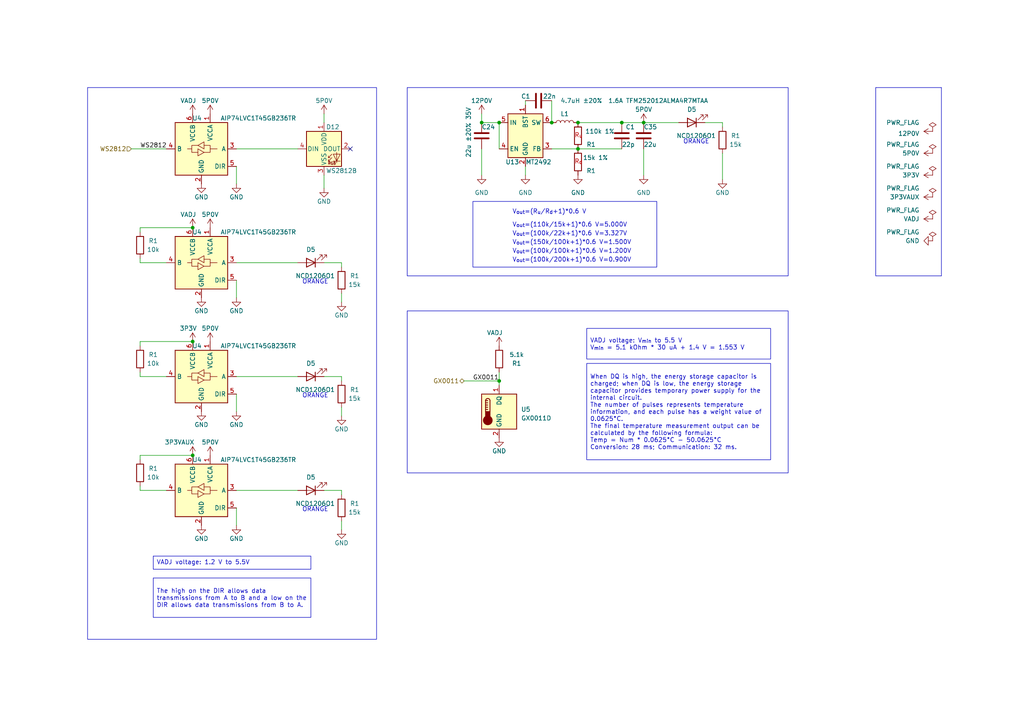
<source format=kicad_sch>
(kicad_sch (version 20230121) (generator eeschema)
  (paper "A4")
  (title_block (title "POWER") (date "2023-03-02") (rev "1.0.0") (company "CHIPS Alliance") (comment 1 "Rui Huang (2023-03-02)") (comment 2 "Rui Huang (2023-03-02)") (comment 4 "Rui Huang (2023-03-02)"))
  (lib_symbols
    (symbol "CHIPSAlliance_Logic:AIP74LVC1T45GB236TR"
      (property "Reference" "U" (at 1.27 1.27 0))
      (property "Value" "AIP74LVC1T45GB236TR" (at 0 -16.51 0))
      (symbol "AIP74LVC1T45GB236TR_0_1"
        (polyline (pts (xy 5.08 -7.62) (xy 5.08 -6.604) (xy 6.858 -6.604)))
        (polyline (pts (xy 10.414 -7.62) (xy 10.414 -8.636) (xy 8.636 -8.636)))
        (polyline (pts (xy 6.858 -8.636) (xy 5.08 -8.636) (xy 5.08 -7.62) (xy 3.048 -7.62)))
        (polyline (pts (xy 6.858 -7.62) (xy 6.858 -5.588) (xy 8.636 -6.604) (xy 6.858 -7.62)))
        (polyline (pts (xy 8.636 -6.604) (xy 10.414 -6.604) (xy 10.414 -7.62) (xy 11.684 -7.62)))
        (polyline (pts (xy 8.636 -7.62) (xy 8.636 -9.398) (xy 8.636 -9.652) (xy 6.858 -8.636) (xy 8.636 -7.62)))
        (rectangle (start 0 0) (end 15.24 -15.24) (stroke (width 0.254)) (fill (type background)))
      )
      (symbol "AIP74LVC1T45GB236TR_1_1"
        (pin power_in line (at 5.08 2.54 270) (length 2.54) (name "VCCA") (number "1"))
        (pin power_in line (at 7.62 -17.78 90) (length 2.54) (name "GND") (number "2"))
        (pin bidirectional line (at -2.54 -7.62 0) (length 2.54) (name "A") (number "3"))
        (pin bidirectional line (at 17.78 -7.62 180) (length 2.54) (name "B") (number "4"))
        (pin input line (at -2.54 -12.7 0) (length 2.54) (name "DIR") (number "5"))
        (pin power_in line (at 10.16 2.54 270) (length 2.54) (name "VCCB") (number "6"))
      )
    )
    (symbol "CHIPSAlliance_Power:12P0V" (power) (pin_names (offset 0))
      (property "Value" "12P0V" (at 0 3.81 0))
      (symbol "12P0V_0_1"
        (polyline (pts (xy -0.762 1.27) (xy 0 2.54)))
        (polyline (pts (xy 0 0) (xy 0 2.54)))
        (polyline (pts (xy 0 2.54) (xy 0.762 1.27)))
      )
      (symbol "12P0V_1_1"
        (pin power_in line (at 0 0 90) (length 0) hide (name "12P0V") (number "1"))
      )
    )
    (symbol "CHIPSAlliance_Power:3P3V" (power) (pin_names (offset 0))
      (property "Value" "3P3V" (at 0 3.81 0))
      (symbol "3P3V_0_1"
        (polyline (pts (xy -0.762 1.27) (xy 0 2.54)))
        (polyline (pts (xy 0 0) (xy 0 2.54)))
        (polyline (pts (xy 0 2.54) (xy 0.762 1.27)))
      )
      (symbol "3P3V_1_1"
        (pin power_in line (at 0 0 90) (length 0) hide (name "3P3V") (number "1"))
      )
    )
    (symbol "CHIPSAlliance_Power:3P3VAUX" (power) (pin_names (offset 0))
      (property "Value" "3P3VAUX" (at 0 3.81 0))
      (symbol "3P3VAUX_0_1"
        (polyline (pts (xy -0.762 1.27) (xy 0 2.54)))
        (polyline (pts (xy 0 0) (xy 0 2.54)))
        (polyline (pts (xy 0 2.54) (xy 0.762 1.27)))
      )
      (symbol "3P3VAUX_1_1"
        (pin power_in line (at 0 0 90) (length 0) hide (name "3P3VAUX") (number "1"))
      )
    )
    (symbol "CHIPSAlliance_Power:5P0V" (power) (pin_names (offset 0))
      (property "Value" "5P0V" (at 0 3.81 0))
      (symbol "5P0V_0_1"
        (polyline (pts (xy -0.762 1.27) (xy 0 2.54)))
        (polyline (pts (xy 0 0) (xy 0 2.54)))
        (polyline (pts (xy 0 2.54) (xy 0.762 1.27)))
      )
      (symbol "5P0V_1_1"
        (pin power_in line (at 0 0 90) (length 0) hide (name "5P0V") (number "1"))
      )
    )
    (symbol "CHIPSAlliance_Power:GND" (power) (pin_names (offset 0))
      (property "Value" "GND" (at 0 -3.81 0))
      (symbol "GND_0_1"
        (polyline (pts (xy 0 0) (xy 0 -1.27) (xy 1.27 -1.27) (xy 0 -2.54) (xy -1.27 -1.27) (xy 0 -1.27)))
      )
      (symbol "GND_1_1"
        (pin power_in line (at 0 0 270) (length 0) hide (name "GND") (number "1"))
      )
    )
    (symbol "CHIPSAlliance_Power:VADJ" (power) (pin_names (offset 0))
      (property "Value" "VADJ" (at 0 3.81 0))
      (symbol "VADJ_0_1"
        (polyline (pts (xy -0.762 1.27) (xy 0 2.54)))
        (polyline (pts (xy 0 0) (xy 0 2.54)))
        (polyline (pts (xy 0 2.54) (xy 0.762 1.27)))
      )
      (symbol "VADJ_1_1"
        (pin power_in line (at 0 0 90) (length 0) hide (name "VADJ") (number "1"))
      )
    )
    (symbol "CHIPSAlliance_Regulator_Switching:MT2492"
      (property "Reference" "U" (at 0 1.27 0))
      (property "Value" "MT2492" (at 0 -13.97 0))
      (symbol "MT2492_0_1"
        (rectangle (start 0 0) (end 10.16 -12.7) (stroke (width 0.254)) (fill (type background)))
      )
      (symbol "MT2492_1_1"
        (pin passive line (at 5.08 2.54 270) (length 2.54) (name "BST") (number "1"))
        (pin power_in line (at 5.08 -15.24 90) (length 2.54) (name "GND") (number "2"))
        (pin input line (at 12.7 -10.16 180) (length 2.54) (name "FB") (number "3"))
        (pin input line (at -2.54 -10.16 0) (length 2.54) (name "EN") (number "4"))
        (pin power_in line (at -2.54 -2.54 0) (length 2.54) (name "IN") (number "5"))
        (pin power_out line (at 12.7 -2.54 180) (length 2.54) (name "SW") (number "6"))
      )
    )
    (symbol "CHIPSAlliance_Sensor:GX0011D"
      (property "Reference" "U" (at 0 1.27 0))
      (property "Value" "GX0011D" (at 0 -11.43 0))
      (symbol "GX0011D_0_1"
        (polyline (pts (xy 1.143 -4.445) (xy 1.778 -4.445)) (stroke (width 0.254)))
        (polyline (pts (xy 1.143 -3.81) (xy 1.778 -3.81)) (stroke (width 0.254)))
        (polyline (pts (xy 1.143 -3.175) (xy 1.778 -3.175)) (stroke (width 0.254)))
        (polyline (pts (xy 1.143 -2.54) (xy 1.778 -2.54)) (stroke (width 0.254)))
        (polyline (pts (xy 1.143 -1.905) (xy 1.143 -5.08)) (stroke (width 0.254)))
        (polyline (pts (xy 1.143 -1.905) (xy 1.778 -1.905)) (stroke (width 0.254)))
        (polyline (pts (xy 2.413 -1.905) (xy 2.413 -5.08)) (stroke (width 0.254)))
        (rectangle (start 0 0) (end 10.16 -10.16) (stroke (width 0.254)) (fill (type background)))
        (circle (center 1.778 -7.62) (radius 1.27) (stroke (width 0.254)) (fill (type outline)))
        (rectangle (start 2.413 -6.985) (end 1.143 -5.08) (stroke (width 0.254)) (fill (type outline)))
        (arc (start 2.413 -1.905) (mid 1.778 -1.2727) (end 1.143 -1.905) (stroke (width 0.254)))
      )
      (symbol "GX0011D_1_1"
        (pin bidirectional line (at 5.08 2.54 270) (length 2.54) (name "DQ") (number "1"))
        (pin power_in line (at 5.08 -12.7 90) (length 2.54) (name "GND") (number "2"))
      )
    )
    (symbol "Device:C" (pin_numbers hide) (pin_names (offset 0.254))
      (property "Reference" "C" (at 0.635 2.54 0))
      (property "Value" "C" (at 0.635 -2.54 0))
      (symbol "C_0_1"
        (polyline (pts (xy -2.032 -0.762) (xy 2.032 -0.762)) (stroke (width 0.508)))
        (polyline (pts (xy -2.032 0.762) (xy 2.032 0.762)) (stroke (width 0.508)))
      )
      (symbol "C_1_1"
        (pin passive line (at 0 3.81 270) (length 2.794) (name "~") (number "1"))
        (pin passive line (at 0 -3.81 90) (length 2.794) (name "~") (number "2"))
      )
    )
    (symbol "Device:L" (pin_numbers hide) (pin_names (offset 1.016) hide)
      (property "Reference" "L" (at -1.27 0 90))
      (property "Value" "L" (at 1.905 0 90))
      (symbol "L_0_1"
        (arc (start 0 -2.54) (mid 0.6323 -1.905) (end 0 -1.27))
        (arc (start 0 -1.27) (mid 0.6323 -0.635) (end 0 0))
        (arc (start 0 0) (mid 0.6323 0.635) (end 0 1.27))
        (arc (start 0 1.27) (mid 0.6323 1.905) (end 0 2.54))
      )
      (symbol "L_1_1"
        (pin passive line (at 0 3.81 270) (length 1.27) (name "1") (number "1"))
        (pin passive line (at 0 -3.81 90) (length 1.27) (name "2") (number "2"))
      )
    )
    (symbol "Device:LED" (pin_numbers hide) (pin_names (offset 1.016) hide)
      (property "Reference" "D" (at 0 2.54 0))
      (property "Value" "LED" (at 0 -2.54 0))
      (symbol "LED_0_1"
        (polyline (pts (xy -1.27 -1.27) (xy -1.27 1.27)) (stroke (width 0.254)))
        (polyline (pts (xy -1.27 0) (xy 1.27 0)))
        (polyline (pts (xy 1.27 -1.27) (xy 1.27 1.27) (xy -1.27 0) (xy 1.27 -1.27)) (stroke (width 0.254)))
        (polyline (pts (xy -3.048 -0.762) (xy -4.572 -2.286) (xy -3.81 -2.286) (xy -4.572 -2.286) (xy -4.572 -1.524)))
        (polyline (pts (xy -1.778 -0.762) (xy -3.302 -2.286) (xy -2.54 -2.286) (xy -3.302 -2.286) (xy -3.302 -1.524)))
      )
      (symbol "LED_1_1"
        (pin passive line (at -3.81 0 0) (length 2.54) (name "K") (number "1"))
        (pin passive line (at 3.81 0 180) (length 2.54) (name "A") (number "2"))
      )
    )
    (symbol "Device:R" (pin_numbers hide) (pin_names (offset 0))
      (property "Reference" "R" (at 2.032 0 90))
      (property "Value" "R" (at 0 0 90))
      (symbol "R_0_1"
        (rectangle (start -1.016 -2.54) (end 1.016 2.54) (stroke (width 0.254)))
      )
      (symbol "R_1_1"
        (pin passive line (at 0 3.81 270) (length 1.27) (name "~") (number "1"))
        (pin passive line (at 0 -3.81 90) (length 1.27) (name "~") (number "2"))
      )
    )
    (symbol "LED:WS2812B" (pin_names (offset 0.254))
      (property "Reference" "D" (at 5.08 5.715 0))
      (property "Value" "WS2812B" (at 1.27 -5.715 0))
      (symbol "WS2812B_0_0"
        (text "RGB" (at 2.286 -4.191 0) (effects (font (size 0.762 0.762))))
      )
      (symbol "WS2812B_0_1"
        (polyline (pts (xy 1.27 -3.556) (xy 1.778 -3.556)))
        (polyline (pts (xy 1.27 -2.54) (xy 1.778 -2.54)))
        (polyline (pts (xy 4.699 -3.556) (xy 2.667 -3.556)))
        (polyline (pts (xy 2.286 -2.54) (xy 1.27 -3.556) (xy 1.27 -3.048)))
        (polyline (pts (xy 2.286 -1.524) (xy 1.27 -2.54) (xy 1.27 -2.032)))
        (polyline (pts (xy 3.683 -1.016) (xy 3.683 -3.556) (xy 3.683 -4.064)))
        (polyline (pts (xy 4.699 -1.524) (xy 2.667 -1.524) (xy 3.683 -3.556) (xy 4.699 -1.524)))
        (rectangle (start 5.08 5.08) (end -5.08 -5.08) (stroke (width 0.254)) (fill (type background)))
      )
      (symbol "WS2812B_1_1"
        (pin power_in line (at 0 7.62 270) (length 2.54) (name "VDD") (number "1"))
        (pin output line (at 7.62 0 180) (length 2.54) (name "DOUT") (number "2"))
        (pin power_in line (at 0 -7.62 90) (length 2.54) (name "VSS") (number "3"))
        (pin input line (at -7.62 0 0) (length 2.54) (name "DIN") (number "4"))
      )
    )
    (symbol "power:PWR_FLAG" (power) (pin_numbers hide) (pin_names (offset 0) hide)
      (property "Value" "PWR_FLAG" (at 0 3.81 0))
      (symbol "PWR_FLAG_0_0"
        (pin power_out line (at 0 0 90) (length 0) (name "pwr") (number "1"))
      )
      (symbol "PWR_FLAG_0_1"
        (polyline (pts (xy 0 0) (xy 0 1.27) (xy -1.016 1.905) (xy 0 2.54) (xy 1.016 1.905) (xy 0 1.27)))
      )
    )
  )
  (junction (at 144.78 35.56))
  (junction (at 186.69 35.56))
  (junction (at 139.7 35.56))
  (junction (at 55.88 132.08))
  (junction (at 180.34 35.56))
  (junction (at 55.88 66.04))
  (junction (at 160.02 35.56))
  (junction (at 55.88 99.06))
  (junction (at 167.64 35.56))
  (junction (at 167.64 43.18))
  (junction (at 144.78 110.49))
  (no_connect (at 101.6 43.18))
  (polyline (pts (xy 273.05 80.01) (xy 254 80.01)))
  (wire (pts (xy 40.64 109.22) (xy 48.26 109.22)))
  (wire (pts (xy 99.06 142.24) (xy 99.06 143.51)))
  (wire (pts (xy 99.06 118.11) (xy 99.06 120.65)))
  (wire (pts (xy 160.02 29.21) (xy 160.02 35.56)))
  (wire (pts (xy 68.58 142.24) (xy 86.36 142.24)))
  (wire (pts (xy 167.64 35.56) (xy 180.34 35.56)))
  (wire (pts (xy 40.64 107.95) (xy 40.64 109.22)))
  (polyline (pts (xy 254 25.4) (xy 254 80.01)))
  (wire (pts (xy 40.64 132.08) (xy 55.88 132.08)))
  (wire (pts (xy 68.58 43.18) (xy 86.36 43.18)))
  (wire (pts (xy 160.02 43.18) (xy 167.64 43.18)))
  (wire (pts (xy 68.58 114.3) (xy 68.58 119.38)))
  (wire (pts (xy 186.69 35.56) (xy 196.85 35.56)))
  (wire (pts (xy 209.55 35.56) (xy 209.55 36.83)))
  (wire (pts (xy 93.98 76.2) (xy 99.06 76.2)))
  (wire (pts (xy 40.64 142.24) (xy 48.26 142.24)))
  (wire (pts (xy 68.58 81.28) (xy 68.58 86.36)))
  (wire (pts (xy 144.78 35.56) (xy 144.78 43.18)))
  (wire (pts (xy 93.98 142.24) (xy 99.06 142.24)))
  (wire (pts (xy 99.06 76.2) (xy 99.06 77.47)))
  (wire (pts (xy 99.06 109.22) (xy 99.06 110.49)))
  (polyline (pts (xy 273.05 25.4) (xy 273.05 80.01)))
  (wire (pts (xy 144.78 110.49) (xy 144.78 107.95)))
  (wire (pts (xy 68.58 76.2) (xy 86.36 76.2)))
  (wire (pts (xy 139.7 35.56) (xy 144.78 35.56)))
  (wire (pts (xy 186.69 50.8) (xy 186.69 43.18)))
  (wire (pts (xy 93.98 54.61) (xy 93.98 50.8)))
  (wire (pts (xy 93.98 33.02) (xy 93.98 35.56)))
  (wire (pts (xy 139.7 43.18) (xy 139.7 50.8)))
  (wire (pts (xy 68.58 147.32) (xy 68.58 152.4)))
  (wire (pts (xy 152.4 29.21) (xy 152.4 30.48)))
  (wire (pts (xy 93.98 109.22) (xy 99.06 109.22)))
  (wire (pts (xy 139.7 33.02) (xy 139.7 35.56)))
  (wire (pts (xy 152.4 50.8) (xy 152.4 48.26)))
  (wire (pts (xy 68.58 48.26) (xy 68.58 53.34)))
  (polyline (pts (xy 254 25.4) (xy 273.05 25.4)))
  (wire (pts (xy 144.78 111.76) (xy 144.78 110.49)))
  (wire (pts (xy 40.64 132.08) (xy 40.64 133.35)))
  (wire (pts (xy 180.34 35.56) (xy 186.69 35.56)))
  (wire (pts (xy 40.64 99.06) (xy 55.88 99.06)))
  (wire (pts (xy 38.1 43.18) (xy 48.26 43.18)))
  (wire (pts (xy 40.64 76.2) (xy 48.26 76.2)))
  (wire (pts (xy 40.64 66.04) (xy 40.64 67.31)))
  (wire (pts (xy 40.64 74.93) (xy 40.64 76.2)))
  (wire (pts (xy 99.06 151.13) (xy 99.06 153.67)))
  (wire (pts (xy 99.06 85.09) (xy 99.06 87.63)))
  (wire (pts (xy 209.55 44.45) (xy 209.55 52.07)))
  (wire (pts (xy 68.58 109.22) (xy 86.36 109.22)))
  (wire (pts (xy 40.64 99.06) (xy 40.64 100.33)))
  (wire (pts (xy 134.62 110.49) (xy 144.78 110.49)))
  (wire (pts (xy 40.64 66.04) (xy 55.88 66.04)))
  (wire (pts (xy 167.64 43.18) (xy 180.34 43.18)))
  (wire (pts (xy 204.47 35.56) (xy 209.55 35.56)))
  (wire (pts (xy 40.64 140.97) (xy 40.64 142.24)))
  (rectangle (start 118.11 25.4) (end 228.6 80.01))
  (rectangle (start 25.4 25.4) (end 109.22 185.42))
  (rectangle (start 137.16 58.42) (end 190.5 77.47))
  (rectangle (start 118.11 90.17) (end 228.6 137.16))
  (text_box "When DQ is high, the energy storage capacitor is charged; when DQ is low, the energy storage capacitor provides temporary power supply for the internal circuit.\nThe number of pulses represents temperature information, and each pulse has a weight value of 0.0625°C.\nThe final temperature measurement output can be calculated by the following formula:\nTemp = Num * 0.0625°C − 50.0625°C\nConversion: 28 ms; Communication: 32 ms." (at 170.18 105.41 0) (size 53.34 27.94) (effects (font (size 1.27 1.27)) (justify left)))
  (text_box "VADJ voltage: V_{min} to 5.5 V\nV_{min} = 5.1 kOhm * 30 uA + 1.4 V = 1.553 V" (at 170.18 95.25 0) (size 53.34 8.89) (effects (font (size 1.27 1.27)) (justify left)))
  (text_box "The high on the DIR allows data transmissions from A to B and a low on the DIR allows data transmissions from B to A." (at 44.45 167.64 0) (size 45.72 11.43) (effects (font (size 1.27 1.27)) (justify left)))
  (text_box "VADJ voltage: 1.2 V to 5.5V" (at 44.45 161.29 0) (size 45.72 3.81) (effects (font (size 1.27 1.27)) (justify left top)))
  (text "R_{u}" (at 166.624 40.132 0) (effects (font (size 1.27 1.27)) (justify left bottom)))
  (text "V_{out}=(100k/22k+1)*0.6 V=3.327V " (at 148.59 68.58 0) (effects (font (size 1.27 1.27)) (justify left bottom)))
  (text "ORANGE" (at 87.63 148.59 0) (effects (font (size 1.27 1.27)) (justify left bottom)))
  (text "V_{out}=(100k/200k+1)*0.6 V=0.900V " (at 148.59 76.2 0) (effects (font (size 1.27 1.27)) (justify left bottom)))
  (text "V_{out}=(110k/15k+1)*0.6 V=5.000V " (at 148.59 66.04 0) (effects (font (size 1.27 1.27)) (justify left bottom)))
  (text "ORANGE" (at 87.63 82.55 0) (effects (font (size 1.27 1.27)) (justify left bottom)))
  (text "V_{out}=(R_{u}/R_{d}+1)*0.6 V" (at 148.59 62.23 0) (effects (font (size 1.27 1.27)) (justify left bottom)))
  (text "ORANGE" (at 198.12 41.91 0) (effects (font (size 1.27 1.27)) (justify left bottom)))
  (text "R_{d}" (at 166.624 47.752 0) (effects (font (size 1.27 1.27)) (justify left bottom)))
  (text "V_{out}=(150k/100k+1)*0.6 V=1.500V " (at 148.59 71.12 0) (effects (font (size 1.27 1.27)) (justify left bottom)))
  (text "V_{out}=(100k/100k+1)*0.6 V=1.200V " (at 148.59 73.66 0) (effects (font (size 1.27 1.27)) (justify left bottom)))
  (text "ORANGE" (at 87.63 115.57 0) (effects (font (size 1.27 1.27)) (justify left bottom)))
  (label "GX0011" (at 137.16 110.49 0))
  (label "WS2812" (at 40.64 43.18 0))
  (hierarchical_label "WS2812" (shape input) (at 38.1 43.18 180))
  (hierarchical_label "GX0011" (shape bidirectional) (at 134.62 110.49 180))
  (symbol (lib_id "CHIPSAlliance_Power:GND") (at 58.42 119.38 0) (unit 1)
    (property "Reference" "#PWR02" (effects hide))
    (property "Value" "GND" (at 58.42 123.19 0))
    (instances (project "fmc_usb_gpio_spi_jtag" (path "" (reference "#PWR02") (unit 1)) (path "" (reference "#PWR099") (unit 1)) (path "" (reference "#PWR0114") (unit 1)) (path "" (reference "#PWR0250") (unit 1))))
  )
  (symbol (lib_id "CHIPSAlliance_Power:12P0V") (at 139.7 33.02 0) (unit 1)
    (property "Reference" "#PWR0111" (effects hide))
    (property "Value" "12P0V" (at 139.7 29.21 0))
  )
  (symbol (lib_id "CHIPSAlliance_Logic:AIP74LVC1T45GB236TR") (at 66.04 68.58 0) (mirror y) (unit 1)
    (property "Reference" "U4" (at 57.15 67.31 0))
    (property "Value" "AIP74LVC1T45GB236TR" (at 74.93 67.31 0))
    (property "Footprint" "Package_TO_SOT_SMD:SOT-23-6" (effects hide))
    (property "Datasheet" "https://atta.szlcsc.com/upload/public/pdf/source/20220915/C3F384B245F14B1C45E49B7D1719C9B2.pdf" (effects hide))
    (property "JLCPCB Rotation Offset" "-180" (effects hide))
    (instances (project "fmc_usb_gpio_spi_jtag" (path "" (reference "U4") (unit 1)) (path "" (reference "U4") (unit 1)) (path "" (reference "U7") (unit 1)) (path "" (reference "U22") (unit 1))))
  )
  (symbol (lib_id "Device:C") (at 180.34 39.37 180) (unit 1)
    (property "Reference" "C1" (at 184.15 36.83 0) (effects (justify left)))
    (property "Value" "22p" (at 184.15 41.91 0) (effects (justify left)))
    (property "Footprint" "Capacitor_SMD:C_0402_1005Metric" (effects hide))
    (instances (project "fmc_usb_gpio_spi_jtag" (path "" (reference "C1") (unit 1)) (path "" (reference "C2") (unit 1)) (path "" (reference "C5") (unit 1)) (path "" (reference "C13") (unit 1)) (path "" (reference "C28") (unit 1)) (path "" (reference "C34") (unit 1))))
  )
  (symbol (lib_id "CHIPSAlliance_Power:3P3V") (at 270.51 50.8 90) (unit 1)
    (property "Reference" "#PWR0228" (effects hide))
    (property "Value" "3P3V" (at 266.7 50.8 90) (effects (justify left)))
  )
  (symbol (lib_id "Device:C") (at 139.7 39.37 0) (unit 1)
    (property "Reference" "C24" (at 139.7 36.83 0) (effects (justify left)))
    (property "Value" "22u ±20% 35V" (at 135.89 45.72 90) (effects (justify left)))
    (property "Footprint" "Capacitor_SMD:C_0805_2012Metric" (effects hide))
    (property "Datasheet" "https://atta.szlcsc.com/upload/public/pdf/source/20181206/C338080_066671AD469AE9D3706F78911D2065BC.pdf" (effects hide))
  )
  (symbol (lib_id "CHIPSAlliance_Power:GND") (at 93.98 54.61 0) (unit 1)
    (property "Reference" "#PWR02" (effects hide))
    (property "Value" "GND" (at 93.98 58.42 0))
    (instances (project "fmc_usb_gpio_spi_jtag" (path "" (reference "#PWR02") (unit 1)) (path "" (reference "#PWR099") (unit 1)) (path "" (reference "#PWR0116") (unit 1)) (path "" (reference "#PWR0243") (unit 1))))
  )
  (symbol (lib_id "Device:C") (at 156.21 29.21 270) (unit 1)
    (property "Reference" "C1" (at 151.13 27.94 90) (effects (justify left)))
    (property "Value" "22n" (at 157.48 27.94 90) (effects (justify left)))
    (property "Footprint" "Capacitor_SMD:C_0402_1005Metric" (effects hide))
    (instances (project "fmc_usb_gpio_spi_jtag" (path "" (reference "C1") (unit 1)) (path "" (reference "C2") (unit 1)) (path "" (reference "C5") (unit 1)) (path "" (reference "C13") (unit 1)) (path "" (reference "C28") (unit 1)) (path "" (reference "C33") (unit 1))))
  )
  (symbol (lib_id "CHIPSAlliance_Logic:AIP74LVC1T45GB236TR") (at 66.04 101.6 0) (mirror y) (unit 1)
    (property "Reference" "U4" (at 57.15 100.33 0))
    (property "Value" "AIP74LVC1T45GB236TR" (at 74.93 100.33 0))
    (property "Footprint" "Package_TO_SOT_SMD:SOT-23-6" (effects hide))
    (property "Datasheet" "https://atta.szlcsc.com/upload/public/pdf/source/20220915/C3F384B245F14B1C45E49B7D1719C9B2.pdf" (effects hide))
    (property "JLCPCB Rotation Offset" "-180" (effects hide))
    (instances (project "fmc_usb_gpio_spi_jtag" (path "" (reference "U4") (unit 1)) (path "" (reference "U4") (unit 1)) (path "" (reference "U7") (unit 1)) (path "" (reference "U23") (unit 1))))
  )
  (symbol (lib_id "CHIPSAlliance_Power:GND") (at 68.58 86.36 0) (unit 1)
    (property "Reference" "#PWR02" (effects hide))
    (property "Value" "GND" (at 68.58 90.17 0))
    (instances (project "fmc_usb_gpio_spi_jtag" (path "" (reference "#PWR02") (unit 1)) (path "" (reference "#PWR099") (unit 1)) (path "" (reference "#PWR0116") (unit 1)) (path "" (reference "#PWR0248") (unit 1))))
  )
  (symbol (lib_id "power:PWR_FLAG") (at 270.51 38.1 0) (unit 1)
    (property "Reference" "#FLG01" (effects hide))
    (property "Value" "PWR_FLAG" (at 266.7 35.56 0) (effects (justify right)))
  )
  (symbol (lib_id "CHIPSAlliance_Power:12P0V") (at 270.51 38.1 90) (unit 1)
    (property "Reference" "#PWR0227" (effects hide))
    (property "Value" "12P0V" (at 266.7 38.735 90) (effects (justify left)))
  )
  (symbol (lib_id "power:PWR_FLAG") (at 270.51 50.8 0) (unit 1)
    (property "Reference" "#FLG04" (effects hide))
    (property "Value" "PWR_FLAG" (at 266.7 48.26 0) (effects (justify right)))
  )
  (symbol (lib_id "CHIPSAlliance_Power:3P3VAUX") (at 55.88 132.08 0) (unit 1)
    (property "Reference" "#PWR073" (effects hide))
    (property "Value" "3P3VAUX" (at 52.07 128.27 0))
    (instances (project "fmc_usb_gpio_spi_jtag" (path "" (reference "#PWR073") (unit 1)) (path "" (reference "#PWR0224") (unit 1))))
  )
  (symbol (lib_id "CHIPSAlliance_Power:GND") (at 68.58 119.38 0) (unit 1)
    (property "Reference" "#PWR02" (effects hide))
    (property "Value" "GND" (at 68.58 123.19 0))
    (instances (project "fmc_usb_gpio_spi_jtag" (path "" (reference "#PWR02") (unit 1)) (path "" (reference "#PWR099") (unit 1)) (path "" (reference "#PWR0116") (unit 1)) (path "" (reference "#PWR0252") (unit 1))))
  )
  (symbol (lib_id "CHIPSAlliance_Power:GND") (at 68.58 152.4 0) (unit 1)
    (property "Reference" "#PWR02" (effects hide))
    (property "Value" "GND" (at 68.58 156.21 0))
    (instances (project "fmc_usb_gpio_spi_jtag" (path "" (reference "#PWR02") (unit 1)) (path "" (reference "#PWR099") (unit 1)) (path "" (reference "#PWR0116") (unit 1)) (path "" (reference "#PWR0261") (unit 1))))
  )
  (symbol (lib_id "Device:R") (at 167.64 46.99 180) (unit 1)
    (property "Reference" "R1" (at 171.45 49.53 0))
    (property "Value" "15k 1%" (at 172.72 45.72 0))
    (property "Footprint" "Resistor_SMD:R_0402_1005Metric" (effects hide))
    (instances (project "fmc_usb_gpio_spi_jtag" (path "" (reference "R1") (unit 1)) (path "" (reference "R34") (unit 1))))
  )
  (symbol (lib_id "CHIPSAlliance_Power:GND") (at 139.7 50.8 0) (unit 1)
    (property "Reference" "#PWR02" (effects hide))
    (property "Value" "GND" (at 139.7 55.88 0))
    (instances (project "fmc_usb_gpio_spi_jtag" (path "" (reference "#PWR02") (unit 1)) (path "" (reference "#PWR0168") (unit 1))))
  )
  (symbol (lib_id "CHIPSAlliance_Power:5P0V") (at 93.98 33.02 0) (unit 1)
    (property "Reference" "#PWR0216" (effects hide))
    (property "Value" "5P0V" (at 93.98 29.21 0))
  )
  (symbol (lib_id "CHIPSAlliance_Power:GND") (at 58.42 152.4 0) (unit 1)
    (property "Reference" "#PWR02" (effects hide))
    (property "Value" "GND" (at 58.42 156.21 0))
    (instances (project "fmc_usb_gpio_spi_jtag" (path "" (reference "#PWR02") (unit 1)) (path "" (reference "#PWR099") (unit 1)) (path "" (reference "#PWR0114") (unit 1)) (path "" (reference "#PWR0173") (unit 1))))
  )
  (symbol (lib_id "CHIPSAlliance_Power:5P0V") (at 270.51 44.45 90) (unit 1)
    (property "Reference" "#PWR0232" (effects hide))
    (property "Value" "5P0V" (at 266.7 44.45 90) (effects (justify left)))
  )
  (symbol (lib_id "CHIPSAlliance_Power:GND") (at 68.58 53.34 0) (unit 1)
    (property "Reference" "#PWR02" (effects hide))
    (property "Value" "GND" (at 68.58 57.15 0))
    (instances (project "fmc_usb_gpio_spi_jtag" (path "" (reference "#PWR02") (unit 1)) (path "" (reference "#PWR099") (unit 1)) (path "" (reference "#PWR0116") (unit 1)) (path "" (reference "#PWR0241") (unit 1))))
  )
  (symbol (lib_id "Device:R") (at 40.64 71.12 0) (unit 1)
    (property "Reference" "R1" (at 44.45 69.85 0))
    (property "Value" "10k" (at 44.45 72.39 0))
    (property "Footprint" "Resistor_SMD:R_0402_1005Metric" (effects hide))
    (instances (project "fmc_usb_gpio_spi_jtag" (path "" (reference "R1") (unit 1)) (path "" (reference "R9") (unit 1)) (path "" (reference "R45") (unit 1))))
  )
  (symbol (lib_id "CHIPSAlliance_Power:5P0V") (at 60.96 33.02 0) (unit 1)
    (property "Reference" "#PWR0218" (effects hide))
    (property "Value" "5P0V" (at 60.96 29.21 0))
  )
  (symbol (lib_id "power:PWR_FLAG") (at 270.51 44.45 0) (unit 1)
    (property "Reference" "#FLG07" (effects hide))
    (property "Value" "PWR_FLAG" (at 266.7 41.91 0) (effects (justify right)))
  )
  (symbol (lib_id "CHIPSAlliance_Power:GND") (at 186.69 50.8 0) (unit 1)
    (property "Reference" "#PWR02" (effects hide))
    (property "Value" "GND" (at 186.69 55.88 0))
    (instances (project "fmc_usb_gpio_spi_jtag" (path "" (reference "#PWR02") (unit 1)) (path "" (reference "#PWR0231") (unit 1))))
  )
  (symbol (lib_id "Device:R") (at 99.06 147.32 0) (unit 1)
    (property "Reference" "R1" (at 102.87 146.05 0))
    (property "Value" "15k" (at 102.87 148.59 0))
    (property "Footprint" "Resistor_SMD:R_0402_1005Metric" (effects hide))
    (instances (project "fmc_usb_gpio_spi_jtag" (path "" (reference "R1") (unit 1)) (path "" (reference "R9") (unit 1)) (path "" (reference "R41") (unit 1))))
  )
  (symbol (lib_id "Device:R") (at 144.78 104.14 180) (unit 1)
    (property "Reference" "R1" (at 149.86 105.41 0))
    (property "Value" "5.1k" (at 149.86 102.87 0))
    (property "Footprint" "Resistor_SMD:R_0402_1005Metric" (effects hide))
    (instances (project "fmc_usb_gpio_spi_jtag" (path "" (reference "R1") (unit 1)) (path "" (reference "R53") (unit 1))))
  )
  (symbol (lib_id "power:PWR_FLAG") (at 270.51 63.5 0) (unit 1)
    (property "Reference" "#FLG05" (effects hide))
    (property "Value" "PWR_FLAG" (at 266.7 60.96 0) (effects (justify right)))
  )
  (symbol (lib_id "LED:WS2812B") (at 93.98 43.18 0) (unit 1)
    (property "Reference" "D12" (at 96.52 36.83 0))
    (property "Value" "WS2812B" (at 99.06 49.53 0))
    (property "Footprint" "LED_SMD:LED_WS2812B_PLCC4_5.0x5.0mm_P3.2mm" (effects hide))
    (property "Datasheet" "https://atta.szlcsc.com/upload/public/pdf/source/20200615/C114586_26EB6813EC9F2A3F6C7FBB2AD75DE01F.pdf" (effects hide))
  )
  (symbol (lib_id "CHIPSAlliance_Power:5P0V") (at 60.96 66.04 0) (unit 1)
    (property "Reference" "#PWR0223" (effects hide))
    (property "Value" "5P0V" (at 60.96 62.23 0))
  )
  (symbol (lib_id "power:PWR_FLAG") (at 270.51 57.15 0) (unit 1)
    (property "Reference" "#FLG02" (effects hide))
    (property "Value" "PWR_FLAG" (at 266.7 54.61 0) (effects (justify right)))
  )
  (symbol (lib_id "Device:LED") (at 90.17 142.24 180) (unit 1)
    (property "Reference" "D5" (at 90.17 138.43 0))
    (property "Value" "NCD1206O1" (at 91.44 146.05 0))
    (property "Footprint" "LED_SMD:LED_1206_3216Metric" (effects hide))
    (property "Datasheet" "https://atta.szlcsc.com/upload/public/pdf/source/20200820/C130716_FB690F3C88618721E8D554623CE0FE83.pdf" (effects hide))
    (instances (project "fmc_usb_gpio_spi_jtag" (path "" (reference "D5") (unit 1)) (path "" (reference "D16") (unit 1))))
  )
  (symbol (lib_id "CHIPSAlliance_Power:5P0V") (at 60.96 99.06 0) (unit 1)
    (property "Reference" "#PWR0222" (effects hide))
    (property "Value" "5P0V" (at 60.96 95.25 0))
  )
  (symbol (lib_id "CHIPSAlliance_Sensor:GX0011D") (at 139.7 114.3 0) (unit 1)
    (property "Reference" "U5" (at 151.13 118.745 0) (effects (justify left)))
    (property "Value" "GX0011D" (at 151.13 121.285 0) (effects (justify left)))
    (property "Footprint" "CHIPSAlliance_Sensor:DFN_2L_1.6x0.8mm_P0.85mm_L" (effects hide))
    (property "Datasheet" "https://atta.szlcsc.com/upload/public/pdf/source/20220825/D85F592E022AAF78F6757F29A4BB9D3B.pdf" (effects hide))
  )
  (symbol (lib_id "CHIPSAlliance_Power:GND") (at 152.4 50.8 0) (unit 1)
    (property "Reference" "#PWR02" (effects hide))
    (property "Value" "GND" (at 152.4 55.88 0))
    (instances (project "fmc_usb_gpio_spi_jtag" (path "" (reference "#PWR02") (unit 1)) (path "" (reference "#PWR0213") (unit 1))))
  )
  (symbol (lib_id "CHIPSAlliance_Power:5P0V") (at 186.69 35.56 0) (unit 1)
    (property "Reference" "#PWR0106" (effects hide))
    (property "Value" "5P0V" (at 186.69 31.75 0))
  )
  (symbol (lib_id "CHIPSAlliance_Power:GND") (at 99.06 87.63 0) (unit 1)
    (property "Reference" "#PWR02" (effects hide))
    (property "Value" "GND" (at 99.06 91.44 0))
    (instances (project "fmc_usb_gpio_spi_jtag" (path "" (reference "#PWR02") (unit 1)) (path "" (reference "#PWR099") (unit 1)) (path "" (reference "#PWR0145") (unit 1)) (path "" (reference "#PWR0253") (unit 1))))
  )
  (symbol (lib_id "Device:LED") (at 90.17 109.22 180) (unit 1)
    (property "Reference" "D5" (at 90.17 105.41 0))
    (property "Value" "NCD1206O1" (at 91.44 113.03 0))
    (property "Footprint" "LED_SMD:LED_1206_3216Metric" (effects hide))
    (property "Datasheet" "https://atta.szlcsc.com/upload/public/pdf/source/20200820/C130716_FB690F3C88618721E8D554623CE0FE83.pdf" (effects hide))
    (instances (project "fmc_usb_gpio_spi_jtag" (path "" (reference "D5") (unit 1)) (path "" (reference "D15") (unit 1))))
  )
  (symbol (lib_id "CHIPSAlliance_Power:VADJ") (at 144.78 100.33 0) (unit 1)
    (property "Reference" "#PWR0107" (effects hide))
    (property "Value" "VADJ" (at 143.51 96.52 0))
  )
  (symbol (lib_id "CHIPSAlliance_Power:3P3VAUX") (at 270.51 57.15 90) (unit 1)
    (property "Reference" "#PWR0220" (effects hide))
    (property "Value" "3P3VAUX" (at 266.7 57.15 90) (effects (justify left)))
  )
  (symbol (lib_id "CHIPSAlliance_Power:GND") (at 99.06 153.67 0) (unit 1)
    (property "Reference" "#PWR02" (effects hide))
    (property "Value" "GND" (at 99.06 157.48 0))
    (instances (project "fmc_usb_gpio_spi_jtag" (path "" (reference "#PWR02") (unit 1)) (path "" (reference "#PWR099") (unit 1)) (path "" (reference "#PWR0145") (unit 1)) (path "" (reference "#PWR0262") (unit 1))))
  )
  (symbol (lib_id "Device:LED") (at 90.17 76.2 180) (unit 1)
    (property "Reference" "D5" (at 90.17 72.39 0))
    (property "Value" "NCD1206O1" (at 91.44 80.01 0))
    (property "Footprint" "LED_SMD:LED_1206_3216Metric" (effects hide))
    (property "Datasheet" "https://atta.szlcsc.com/upload/public/pdf/source/20200820/C130716_FB690F3C88618721E8D554623CE0FE83.pdf" (effects hide))
    (instances (project "fmc_usb_gpio_spi_jtag" (path "" (reference "D5") (unit 1)) (path "" (reference "D14") (unit 1))))
  )
  (symbol (lib_id "CHIPSAlliance_Power:GND") (at 167.64 50.8 0) (unit 1)
    (property "Reference" "#PWR02" (effects hide))
    (property "Value" "GND" (at 167.64 55.88 0))
    (instances (project "fmc_usb_gpio_spi_jtag" (path "" (reference "#PWR02") (unit 1)) (path "" (reference "#PWR0230") (unit 1))))
  )
  (symbol (lib_id "CHIPSAlliance_Logic:AIP74LVC1T45GB236TR") (at 66.04 134.62 0) (mirror y) (unit 1)
    (property "Reference" "U4" (at 57.15 133.35 0))
    (property "Value" "AIP74LVC1T45GB236TR" (at 74.93 133.35 0))
    (property "Footprint" "Package_TO_SOT_SMD:SOT-23-6" (effects hide))
    (property "Datasheet" "https://atta.szlcsc.com/upload/public/pdf/source/20220915/C3F384B245F14B1C45E49B7D1719C9B2.pdf" (effects hide))
    (property "JLCPCB Rotation Offset" "-180" (effects hide))
    (instances (project "fmc_usb_gpio_spi_jtag" (path "" (reference "U4") (unit 1)) (path "" (reference "U4") (unit 1)) (path "" (reference "U7") (unit 1)) (path "" (reference "U24") (unit 1))))
  )
  (symbol (lib_id "CHIPSAlliance_Power:VADJ") (at 55.88 66.04 0) (unit 1)
    (property "Reference" "#PWR0226" (effects hide))
    (property "Value" "VADJ" (at 54.61 62.23 0))
  )
  (symbol (lib_id "Device:R") (at 99.06 81.28 0) (unit 1)
    (property "Reference" "R1" (at 102.87 80.01 0))
    (property "Value" "15k" (at 102.87 82.55 0))
    (property "Footprint" "Resistor_SMD:R_0402_1005Metric" (effects hide))
    (instances (project "fmc_usb_gpio_spi_jtag" (path "" (reference "R1") (unit 1)) (path "" (reference "R9") (unit 1)) (path "" (reference "R39") (unit 1))))
  )
  (symbol (lib_id "CHIPSAlliance_Power:GND") (at 99.06 120.65 0) (unit 1)
    (property "Reference" "#PWR02" (effects hide))
    (property "Value" "GND" (at 99.06 124.46 0))
    (instances (project "fmc_usb_gpio_spi_jtag" (path "" (reference "#PWR02") (unit 1)) (path "" (reference "#PWR099") (unit 1)) (path "" (reference "#PWR0145") (unit 1)) (path "" (reference "#PWR0254") (unit 1))))
  )
  (symbol (lib_id "CHIPSAlliance_Power:GND") (at 58.42 53.34 0) (unit 1)
    (property "Reference" "#PWR02" (effects hide))
    (property "Value" "GND" (at 58.42 57.15 0))
    (instances (project "fmc_usb_gpio_spi_jtag" (path "" (reference "#PWR02") (unit 1)) (path "" (reference "#PWR099") (unit 1)) (path "" (reference "#PWR0114") (unit 1)) (path "" (reference "#PWR0239") (unit 1))))
  )
  (symbol (lib_id "CHIPSAlliance_Power:3P3V") (at 55.88 99.06 0) (unit 1)
    (property "Reference" "#PWR0264" (effects hide))
    (property "Value" "3P3V" (at 54.61 95.25 0))
  )
  (symbol (lib_id "CHIPSAlliance_Power:5P0V") (at 60.96 132.08 0) (unit 1)
    (property "Reference" "#PWR0169" (effects hide))
    (property "Value" "5P0V" (at 60.96 128.27 0))
  )
  (symbol (lib_id "CHIPSAlliance_Logic:AIP74LVC1T45GB236TR") (at 66.04 35.56 0) (mirror y) (unit 1)
    (property "Reference" "U4" (at 57.15 34.29 0))
    (property "Value" "AIP74LVC1T45GB236TR" (at 74.93 34.29 0))
    (property "Footprint" "Package_TO_SOT_SMD:SOT-23-6" (effects hide))
    (property "Datasheet" "https://atta.szlcsc.com/upload/public/pdf/source/20220915/C3F384B245F14B1C45E49B7D1719C9B2.pdf" (effects hide))
    (property "JLCPCB Rotation Offset" "-180" (effects hide))
    (instances (project "fmc_usb_gpio_spi_jtag" (path "" (reference "U4") (unit 1)) (path "" (reference "U4") (unit 1)) (path "" (reference "U7") (unit 1)) (path "" (reference "U21") (unit 1))))
  )
  (symbol (lib_id "CHIPSAlliance_Power:GND") (at 209.55 52.07 0) (unit 1)
    (property "Reference" "#PWR02" (effects hide))
    (property "Value" "GND" (at 209.55 55.88 0))
    (instances (project "fmc_usb_gpio_spi_jtag" (path "" (reference "#PWR02") (unit 1)) (path "" (reference "#PWR099") (unit 1)) (path "" (reference "#PWR0145") (unit 1)) (path "" (reference "#PWR0244") (unit 1))))
  )
  (symbol (lib_id "Device:L") (at 163.83 35.56 90) (unit 1)
    (property "Reference" "L1" (at 162.56 33.02 90) (effects (justify right)))
    (property "Value" "4.7uH ±20%  1.6A TFM252012ALMA4R7MTAA" (at 162.56 29.21 90) (effects (justify right)))
    (property "Footprint" "Inductor_SMD:L_Sunlord_SWPA252012S" (effects hide))
    (property "Datasheet" "https://atta.szlcsc.com/upload/public/pdf/source/20190717/C404806_DACCCA1626E3CAC637F67D00A48E4FAD.pdf" (effects hide))
  )
  (symbol (lib_id "Device:R") (at 40.64 137.16 0) (unit 1)
    (property "Reference" "R1" (at 44.45 135.89 0))
    (property "Value" "10k" (at 44.45 138.43 0))
    (property "Footprint" "Resistor_SMD:R_0402_1005Metric" (effects hide))
    (instances (project "fmc_usb_gpio_spi_jtag" (path "" (reference "R1") (unit 1)) (path "" (reference "R9") (unit 1)) (path "" (reference "R46") (unit 1))))
  )
  (symbol (lib_id "CHIPSAlliance_Power:VADJ") (at 270.51 63.5 90) (unit 1)
    (property "Reference" "#PWR053" (effects hide))
    (property "Value" "VADJ" (at 266.7 63.5 90) (effects (justify left)))
    (instances (project "fmc_usb_gpio_spi_jtag" (path "" (reference "#PWR053") (unit 1)) (path "" (reference "#PWR0229") (unit 1))))
  )
  (symbol (lib_id "power:PWR_FLAG") (at 270.51 69.85 0) (unit 1)
    (property "Reference" "#FLG06" (effects hide))
    (property "Value" "PWR_FLAG" (at 266.7 67.31 0) (effects (justify right)))
  )
  (symbol (lib_id "Device:LED") (at 200.66 35.56 180) (unit 1)
    (property "Reference" "D5" (at 200.66 31.75 0))
    (property "Value" "NCD1206O1" (at 201.93 39.37 0))
    (property "Footprint" "LED_SMD:LED_1206_3216Metric" (effects hide))
    (property "Datasheet" "https://atta.szlcsc.com/upload/public/pdf/source/20200820/C130716_FB690F3C88618721E8D554623CE0FE83.pdf" (effects hide))
    (instances (project "fmc_usb_gpio_spi_jtag" (path "" (reference "D5") (unit 1)) (path "" (reference "D13") (unit 1))))
  )
  (symbol (lib_id "Device:R") (at 40.64 104.14 0) (unit 1)
    (property "Reference" "R1" (at 44.45 102.87 0))
    (property "Value" "10k" (at 44.45 105.41 0))
    (property "Footprint" "Resistor_SMD:R_0402_1005Metric" (effects hide))
    (instances (project "fmc_usb_gpio_spi_jtag" (path "" (reference "R1") (unit 1)) (path "" (reference "R9") (unit 1)) (path "" (reference "R44") (unit 1))))
  )
  (symbol (lib_id "CHIPSAlliance_Power:GND") (at 270.51 69.85 270) (unit 1)
    (property "Reference" "#PWR078" (effects hide))
    (property "Value" "GND" (at 266.7 69.85 90) (effects (justify right)))
    (instances (project "fmc_usb_gpio_spi_jtag" (path "" (reference "#PWR078") (unit 1)) (path "" (reference "#PWR0259") (unit 1))))
  )
  (symbol (lib_id "CHIPSAlliance_Regulator_Switching:MT2492") (at 147.32 33.02 0) (unit 1)
    (property "Reference" "U13" (at 148.59 46.99 0))
    (property "Value" "MT2492" (at 156.21 46.99 0))
    (property "Footprint" "Package_TO_SOT_SMD:SOT-23-6" (effects hide))
    (property "Datasheet" "https://atta.szlcsc.com/upload/public/pdf/source/20221209/5C81DA9662873D3A116170FFBF63E49D.pdf" (effects hide))
    (property "JLCPCB Rotation Offset" "-180" (effects hide))
  )
  (symbol (lib_id "Device:C") (at 186.69 39.37 0) (unit 1)
    (property "Reference" "C35" (at 186.69 36.83 0) (effects (justify left)))
    (property "Value" "22u" (at 186.69 41.91 0) (effects (justify left)))
    (property "Footprint" "Capacitor_SMD:C_0805_2012Metric" (effects hide))
    (property "Datasheet" "https://atta.szlcsc.com/upload/public/pdf/source/20181206/C338080_066671AD469AE9D3706F78911D2065BC.pdf" (effects hide))
  )
  (symbol (lib_id "Device:R") (at 167.64 39.37 180) (unit 1)
    (property "Reference" "R1" (at 171.45 41.91 0))
    (property "Value" "110k 1%" (at 173.99 38.1 0))
    (property "Footprint" "Resistor_SMD:R_0402_1005Metric" (effects hide))
    (instances (project "fmc_usb_gpio_spi_jtag" (path "" (reference "R1") (unit 1)) (path "" (reference "R33") (unit 1))))
  )
  (symbol (lib_id "CHIPSAlliance_Power:GND") (at 144.78 127 0) (unit 1)
    (property "Reference" "#PWR02" (effects hide))
    (property "Value" "GND" (at 144.78 130.81 0))
    (instances (project "fmc_usb_gpio_spi_jtag" (path "" (reference "#PWR02") (unit 1)) (path "" (reference "#PWR099") (unit 1)) (path "" (reference "#PWR0145") (unit 1)) (path "" (reference "#PWR0105") (unit 1))))
  )
  (symbol (lib_id "Device:R") (at 209.55 40.64 0) (unit 1)
    (property "Reference" "R1" (at 213.36 39.37 0))
    (property "Value" "15k" (at 213.36 41.91 0))
    (property "Footprint" "Resistor_SMD:R_0402_1005Metric" (effects hide))
    (instances (project "fmc_usb_gpio_spi_jtag" (path "" (reference "R1") (unit 1)) (path "" (reference "R9") (unit 1)) (path "" (reference "R38") (unit 1))))
  )
  (symbol (lib_id "CHIPSAlliance_Power:GND") (at 58.42 86.36 0) (unit 1)
    (property "Reference" "#PWR02" (effects hide))
    (property "Value" "GND" (at 58.42 90.17 0))
    (instances (project "fmc_usb_gpio_spi_jtag" (path "" (reference "#PWR02") (unit 1)) (path "" (reference "#PWR099") (unit 1)) (path "" (reference "#PWR0114") (unit 1)) (path "" (reference "#PWR0246") (unit 1))))
  )
  (symbol (lib_id "Device:R") (at 99.06 114.3 0) (unit 1)
    (property "Reference" "R1" (at 102.87 113.03 0))
    (property "Value" "15k" (at 102.87 115.57 0))
    (property "Footprint" "Resistor_SMD:R_0402_1005Metric" (effects hide))
    (instances (project "fmc_usb_gpio_spi_jtag" (path "" (reference "R1") (unit 1)) (path "" (reference "R9") (unit 1)) (path "" (reference "R40") (unit 1))))
  )
  (symbol (lib_id "CHIPSAlliance_Power:VADJ") (at 55.88 33.02 0) (unit 1)
    (property "Reference" "#PWR0225" (effects hide))
    (property "Value" "VADJ" (at 54.61 29.21 0))
  )
)
</source>
